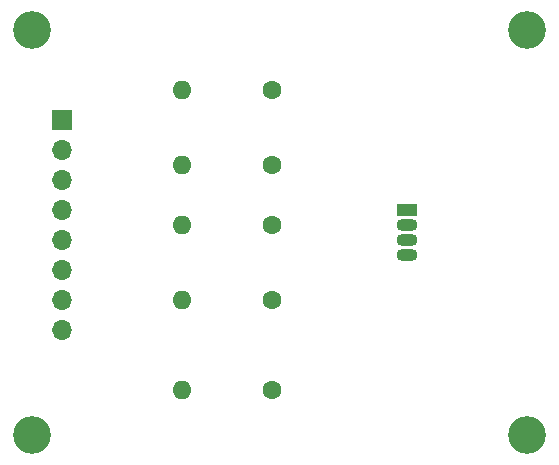
<source format=gbr>
%TF.GenerationSoftware,KiCad,Pcbnew,(5.1.10-1-10_14)*%
%TF.CreationDate,2021-11-05T22:23:08-04:00*%
%TF.ProjectId,UI Schematic,55492053-6368-4656-9d61-7469632e6b69,rev?*%
%TF.SameCoordinates,Original*%
%TF.FileFunction,Soldermask,Bot*%
%TF.FilePolarity,Negative*%
%FSLAX46Y46*%
G04 Gerber Fmt 4.6, Leading zero omitted, Abs format (unit mm)*
G04 Created by KiCad (PCBNEW (5.1.10-1-10_14)) date 2021-11-05 22:23:08*
%MOMM*%
%LPD*%
G01*
G04 APERTURE LIST*
%ADD10C,1.600000*%
%ADD11O,1.600000X1.600000*%
%ADD12R,1.800000X1.070000*%
%ADD13O,1.800000X1.070000*%
%ADD14C,3.200000*%
%ADD15O,1.700000X1.700000*%
%ADD16R,1.700000X1.700000*%
G04 APERTURE END LIST*
D10*
%TO.C,R3*%
X119380000Y-85090000D03*
D11*
X111760000Y-85090000D03*
%TD*%
D12*
%TO.C,D1*%
X130810000Y-83820000D03*
D13*
X130810000Y-85090000D03*
X130810000Y-86360000D03*
X130810000Y-87630000D03*
%TD*%
D14*
%TO.C,REF\u002A\u002A*%
X99060000Y-102870000D03*
%TD*%
%TO.C,REF\u002A\u002A*%
X140970000Y-102870000D03*
%TD*%
%TO.C,REF\u002A\u002A*%
X99060000Y-68580000D03*
%TD*%
%TO.C,REF\u002A\u002A*%
X140970000Y-68580000D03*
%TD*%
D15*
%TO.C,J1*%
X101600000Y-93980000D03*
X101600000Y-91440000D03*
X101600000Y-88900000D03*
X101600000Y-86360000D03*
X101600000Y-83820000D03*
X101600000Y-81280000D03*
X101600000Y-78740000D03*
D16*
X101600000Y-76200000D03*
%TD*%
D10*
%TO.C,R1*%
X119380000Y-73660000D03*
D11*
X111760000Y-73660000D03*
%TD*%
D10*
%TO.C,R2*%
X119380000Y-80010000D03*
D11*
X111760000Y-80010000D03*
%TD*%
D10*
%TO.C,R4*%
X119380000Y-91440000D03*
D11*
X111760000Y-91440000D03*
%TD*%
%TO.C,R5*%
X111760000Y-99060000D03*
D10*
X119380000Y-99060000D03*
%TD*%
M02*

</source>
